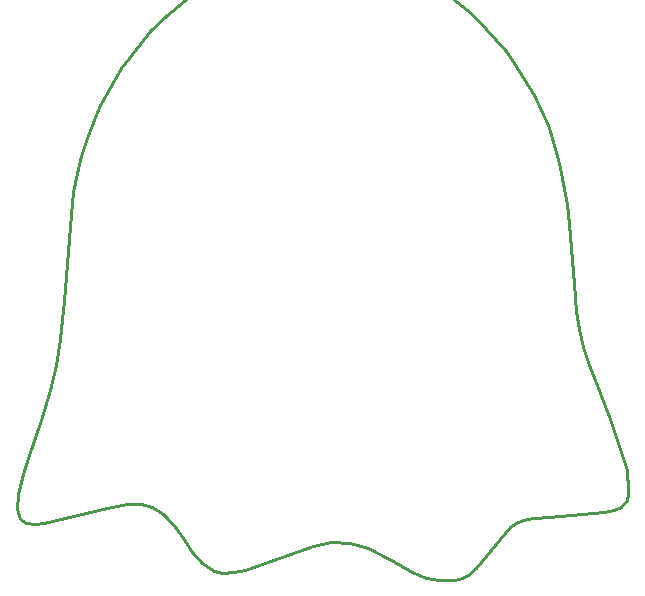
<source format=gbr>
G04 #@! TF.FileFunction,Profile,NP*
%FSLAX46Y46*%
G04 Gerber Fmt 4.6, Leading zero omitted, Abs format (unit mm)*
G04 Created by KiCad (PCBNEW 201610121319+7306~55~ubuntu14.04.1-) date Wed Oct 19 15:16:00 2016*
%MOMM*%
%LPD*%
G01*
G04 APERTURE LIST*
%ADD10C,0.100000*%
%ADD11C,0.254000*%
G04 APERTURE END LIST*
D10*
D11*
X121843800Y-57607200D02*
X120142000Y-55626000D01*
X122580400Y-58623200D02*
X121843800Y-57607200D01*
X124231400Y-61315600D02*
X122580400Y-58623200D01*
X125399800Y-63855600D02*
X124231400Y-61315600D01*
X125577600Y-64363600D02*
X125399800Y-63855600D01*
X126390400Y-67106800D02*
X125577600Y-64363600D01*
X127025400Y-70535800D02*
X126390400Y-67106800D01*
X127228600Y-72237600D02*
X127025400Y-70535800D01*
X127635000Y-77343000D02*
X127228600Y-72237600D01*
X127838200Y-79629000D02*
X127635000Y-77343000D01*
X128066800Y-81178400D02*
X127838200Y-79629000D01*
X128397000Y-82626200D02*
X128066800Y-81178400D01*
X128879600Y-84150200D02*
X128397000Y-82626200D01*
X129387600Y-85471000D02*
X128879600Y-84150200D01*
X130683000Y-88747600D02*
X129387600Y-85471000D01*
X132105400Y-93116400D02*
X130683000Y-88747600D01*
X132156200Y-93395800D02*
X132105400Y-93116400D01*
X132207000Y-94437200D02*
X132156200Y-93395800D01*
X132207000Y-95123000D02*
X132207000Y-94437200D01*
X132105400Y-95580200D02*
X132207000Y-95123000D01*
X131622800Y-96240600D02*
X132105400Y-95580200D01*
X131038600Y-96469200D02*
X131622800Y-96240600D01*
X130200400Y-96621600D02*
X131038600Y-96469200D01*
X125552200Y-97028000D02*
X130200400Y-96621600D01*
X124180600Y-97155000D02*
X125552200Y-97028000D01*
X123317000Y-97307400D02*
X124180600Y-97155000D01*
X122732800Y-97561400D02*
X123317000Y-97307400D01*
X122250200Y-97917000D02*
X122732800Y-97561400D01*
X119329200Y-101371400D02*
X122250200Y-97917000D01*
X118643400Y-101981000D02*
X119329200Y-101371400D01*
X118135400Y-102260400D02*
X118643400Y-101981000D01*
X117551200Y-102412800D02*
X118135400Y-102260400D01*
X117221000Y-102412800D02*
X117551200Y-102412800D01*
X116179600Y-102412800D02*
X117221000Y-102412800D01*
X115112800Y-102184200D02*
X116179600Y-102412800D01*
X113944400Y-101701600D02*
X115112800Y-102184200D01*
X112141000Y-100685600D02*
X113944400Y-101701600D01*
X110185200Y-99720400D02*
X112141000Y-100685600D01*
X108686600Y-99237800D02*
X110185200Y-99720400D01*
X107086400Y-99212400D02*
X108686600Y-99237800D01*
X105511600Y-99517200D02*
X107086400Y-99212400D01*
X99796600Y-101523800D02*
X105511600Y-99517200D01*
X98831400Y-101752400D02*
X99796600Y-101523800D01*
X97866200Y-101828600D02*
X98831400Y-101752400D01*
X97129600Y-101650800D02*
X97866200Y-101828600D01*
X96164400Y-100939600D02*
X97129600Y-101650800D01*
X95300800Y-100025200D02*
X96164400Y-100939600D01*
X94691200Y-99110800D02*
X95300800Y-100025200D01*
X93903800Y-98018600D02*
X94691200Y-99110800D01*
X93091000Y-97078800D02*
X93903800Y-98018600D01*
X92811600Y-96799400D02*
X93091000Y-97078800D01*
X91922600Y-96215200D02*
X92811600Y-96799400D01*
X90957400Y-95986600D02*
X91922600Y-96215200D01*
X89763600Y-95986600D02*
X90957400Y-95986600D01*
X88087200Y-96291400D02*
X89763600Y-95986600D01*
X82753200Y-97586800D02*
X88087200Y-96291400D01*
X82042000Y-97688400D02*
X82753200Y-97586800D01*
X81229200Y-97561400D02*
X82042000Y-97688400D01*
X80721200Y-97205800D02*
X81229200Y-97561400D01*
X80467200Y-96393000D02*
X80721200Y-97205800D01*
X80568800Y-95097600D02*
X80467200Y-96393000D01*
X80949800Y-93421200D02*
X80568800Y-95097600D01*
X81407000Y-92049600D02*
X80949800Y-93421200D01*
X82473800Y-88849200D02*
X81407000Y-92049600D01*
X83235800Y-86334600D02*
X82473800Y-88849200D01*
X83769200Y-84150200D02*
X83235800Y-86334600D01*
X84150200Y-81965800D02*
X83769200Y-84150200D01*
X84328000Y-80289400D02*
X84150200Y-81965800D01*
X84480400Y-78740000D02*
X84328000Y-80289400D01*
X85013800Y-71424800D02*
X84480400Y-78740000D01*
X85242400Y-69570600D02*
X85013800Y-71424800D01*
X85521800Y-67945000D02*
X85242400Y-69570600D01*
X85877400Y-66522600D02*
X85521800Y-67945000D01*
X86385400Y-64973200D02*
X85877400Y-66522600D01*
X87426800Y-62382400D02*
X86385400Y-64973200D01*
X89281000Y-59080400D02*
X87426800Y-62382400D01*
X90932000Y-56972200D02*
X89281000Y-59080400D01*
X91770200Y-55930800D02*
X90932000Y-56972200D01*
X93218000Y-54584600D02*
X91770200Y-55930800D01*
X120142000Y-55626000D02*
G75*
G03X93218000Y-54610000I-13970000J-12954000D01*
G01*
M02*

</source>
